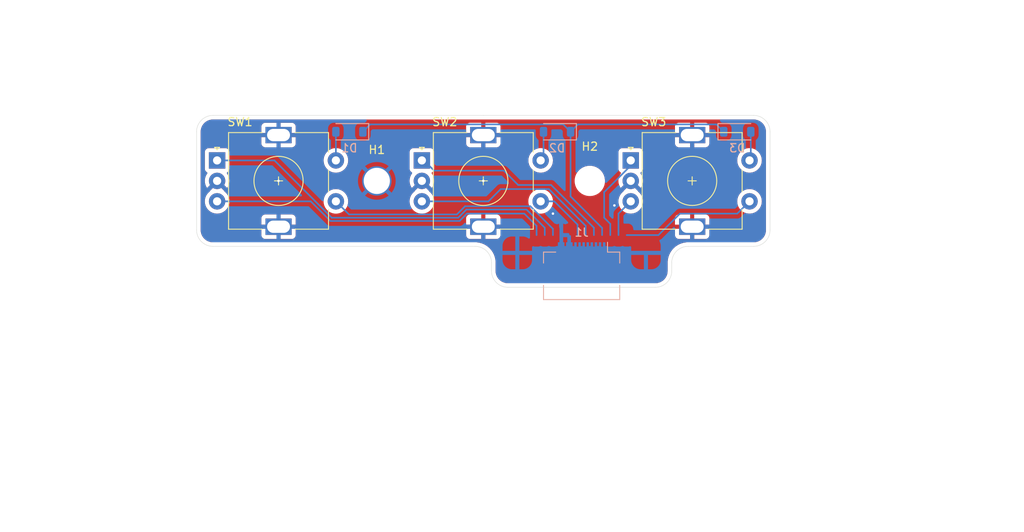
<source format=kicad_pcb>
(kicad_pcb (version 20240108) (generator "pcbnew") (generator_version "8.0")
  (layers (0 "F.Cu" signal) (31 "B.Cu" signal) (34 "B.Paste" user) (35 "F.Paste" user) (36 "B.SilkS" user "B.Silkscreen") (37 "F.SilkS" user "F.Silkscreen") (38 "B.Mask" user) (39 "F.Mask" user) (44 "Edge.Cuts" user))
  (net 0 "")
  (net 1 "BRow0")
  (net 2 "Net-(D1-A)")
  (net 3 "Net-(D2-A)")
  (net 4 "Net-(D3-A)")
  (net 5 "E2B")
  (net 6 "E0A")
  (net 7 "GND")
  (net 8 "E0B")
  (net 9 "BCol2")
  (net 10 "E1A")
  (net 11 "BCol0")
  (net 12 "E2A")
  (net 13 "BCol1")
  (net 14 "E1B")
  (footprint "MountingHole:MountingHole_3.2mm_M3_DIN965_Pad_TopOnly" (layer "F.Cu") (at 95.23 78.235)
    (property "Reference" "H1" (at 0 -3.8 0) (layer "F.SilkS"))
    (property "Value" "MountingHole_Pad")
    (pad "1" thru_hole circle (at 0 0) (size 3.6 3.6) (drill 3.2) (layers "*.Cu" "*.Mask") (net 7 "GND"))
    (pad "1" connect circle (at 0 0) (size 5.6 5.6) (layers "F.Cu" "F.Mask") (net 7 "GND"))
  )
  (footprint "Rotary_Encoder:RotaryEncoder_Alps_EC11E-Switch_Vertical_H20mm" (layer "F.Cu") (at 75.735 75.735)
    (property "Reference" "SW1" (at 2.8 -4.7 0) (layer "F.SilkS"))
    (property "Value" "EC11E09244BS")
    (fp_line (start -0.3 -1.6) (end 0.3 -1.6) (stroke (width 0.12)) (layer "F.SilkS"))
    (fp_line (start 0 -1.3) (end -0.3 -1.6) (stroke (width 0.12)) (layer "F.SilkS"))
    (fp_line (start 0.3 -1.6) (end 0 -1.3) (stroke (width 0.12)) (layer "F.SilkS"))
    (fp_line (start 1.4 -3.4) (end 1.4 8.4) (stroke (width 0.12)) (layer "F.SilkS"))
    (fp_line (start 5.5 -3.4) (end 1.4 -3.4) (stroke (width 0.12)) (layer "F.SilkS"))
    (fp_line (start 5.5 8.4) (end 1.4 8.4) (stroke (width 0.12)) (layer "F.SilkS"))
    (fp_line (start 7 2.5) (end 8 2.5) (stroke (width 0.12)) (layer "F.SilkS"))
    (fp_line (start 7.5 2) (end 7.5 3) (stroke (width 0.12)) (layer "F.SilkS"))
    (fp_line (start 9.5 -3.4) (end 13.6 -3.4) (stroke (width 0.12)) (layer "F.SilkS"))
    (fp_line (start 13.6 -3.4) (end 13.6 -1) (stroke (width 0.12)) (layer "F.SilkS"))
    (fp_line (start 13.6 1.2) (end 13.6 3.8) (stroke (width 0.12)) (layer "F.SilkS"))
    (fp_line (start 13.6 6) (end 13.6 8.4) (stroke (width 0.12)) (layer "F.SilkS"))
    (fp_line (start 13.6 8.4) (end 9.5 8.4) (stroke (width 0.12)) (layer "F.SilkS"))
    (fp_circle (center 7.5 2.5) (end 10.5 2.5) (stroke (width 0.12)) (fill none) (layer "F.SilkS"))
    (pad "A" thru_hole rect (at 0 0) (size 2 2) (drill 1) (layers "*.Cu" "*.Mask") (net 6 "E0A"))
    (pad "B" thru_hole circle (at 0 5) (size 2 2) (drill 1) (layers "*.Cu" "*.Mask") (net 8 "E0B"))
    (pad "C" thru_hole circle (at 0 2.5) (size 2 2) (drill 1) (layers "*.Cu" "*.Mask") (net 7 "GND"))
    (pad "MP" thru_hole rect (at 7.5 -3.1) (size 3.2 2) (drill oval 2.8 1.5) (layers "*.Cu" "*.Mask") (net 7 "GND"))
    (pad "MP" thru_hole rect (at 7.5 8.1) (size 3.2 2) (drill oval 2.8 1.5) (layers "*.Cu" "*.Mask") (net 7 "GND"))
    (pad "S1" thru_hole circle (at 14.5 5) (size 2 2) (drill 1) (layers "*.Cu" "*.Mask") (net 11 "BCol0"))
    (pad "S2" thru_hole circle (at 14.5 0) (size 2 2) (drill 1) (layers "*.Cu" "*.Mask") (net 2 "Net-(D1-A)"))
  )
  (footprint "MountingHole:MountingHole_3.2mm_M3" (layer "F.Cu") (at 121.23 78.235)
    (property "Reference" "H2" (at 0 -4.2 0) (layer "F.SilkS"))
    (property "Value" "MountingHole")
    (pad "" np_thru_hole circle (at 0 0) (size 3.2 3.2) (drill 3.2) (layers "*.Cu" "*.Mask"))
  )
  (footprint "Rotary_Encoder:RotaryEncoder_Alps_EC11E-Switch_Vertical_H20mm" (layer "F.Cu") (at 100.73 75.735)
    (property "Reference" "SW2" (at 2.8 -4.7 0) (layer "F.SilkS"))
    (property "Value" "EC11E09244BS")
    (fp_line (start -0.3 -1.6) (end 0.3 -1.6) (stroke (width 0.12)) (layer "F.SilkS"))
    (fp_line (start 0 -1.3) (end -0.3 -1.6) (stroke (width 0.12)) (layer "F.SilkS"))
    (fp_line (start 0.3 -1.6) (end 0 -1.3) (stroke (width 0.12)) (layer "F.SilkS"))
    (fp_line (start 1.4 -3.4) (end 1.4 8.4) (stroke (width 0.12)) (layer "F.SilkS"))
    (fp_line (start 5.5 -3.4) (end 1.4 -3.4) (stroke (width 0.12)) (layer "F.SilkS"))
    (fp_line (start 5.5 8.4) (end 1.4 8.4) (stroke (width 0.12)) (layer "F.SilkS"))
    (fp_line (start 7 2.5) (end 8 2.5) (stroke (width 0.12)) (layer "F.SilkS"))
    (fp_line (start 7.5 2) (end 7.5 3) (stroke (width 0.12)) (layer "F.SilkS"))
    (fp_line (start 9.5 -3.4) (end 13.6 -3.4) (stroke (width 0.12)) (layer "F.SilkS"))
    (fp_line (start 13.6 -3.4) (end 13.6 -1) (stroke (width 0.12)) (layer "F.SilkS"))
    (fp_line (start 13.6 1.2) (end 13.6 3.8) (stroke (width 0.12)) (layer "F.SilkS"))
    (fp_line (start 13.6 6) (end 13.6 8.4) (stroke (width 0.12)) (layer "F.SilkS"))
    (fp_line (start 13.6 8.4) (end 9.5 8.4) (stroke (width 0.12)) (layer "F.SilkS"))
    (fp_circle (center 7.5 2.5) (end 10.5 2.5) (stroke (width 0.12)) (fill none) (layer "F.SilkS"))
    (pad "A" thru_hole rect (at 0 0) (size 2 2) (drill 1) (layers "*.Cu" "*.Mask") (net 10 "E1A"))
    (pad "B" thru_hole circle (at 0 5) (size 2 2) (drill 1) (layers "*.Cu" "*.Mask") (net 14 "E1B"))
    (pad "C" thru_hole circle (at 0 2.5) (size 2 2) (drill 1) (layers "*.Cu" "*.Mask") (net 7 "GND"))
    (pad "MP" thru_hole rect (at 7.5 -3.1) (size 3.2 2) (drill oval 2.8 1.5) (layers "*.Cu" "*.Mask") (net 7 "GND"))
    (pad "MP" thru_hole rect (at 7.5 8.1) (size 3.2 2) (drill oval 2.8 1.5) (layers "*.Cu" "*.Mask") (net 7 "GND"))
    (pad "S1" thru_hole circle (at 14.5 5) (size 2 2) (drill 1) (layers "*.Cu" "*.Mask") (net 13 "BCol1"))
    (pad "S2" thru_hole circle (at 14.5 0) (size 2 2) (drill 1) (layers "*.Cu" "*.Mask") (net 3 "Net-(D2-A)"))
  )
  (footprint "Rotary_Encoder:RotaryEncoder_Alps_EC11E-Switch_Vertical_H20mm" (layer "F.Cu") (at 126.225 75.735)
    (property "Reference" "SW3" (at 2.8 -4.7 0) (layer "F.SilkS"))
    (property "Value" "EC11E09244BS")
    (fp_line (start -0.3 -1.6) (end 0.3 -1.6) (stroke (width 0.12)) (layer "F.SilkS"))
    (fp_line (start 0 -1.3) (end -0.3 -1.6) (stroke (width 0.12)) (layer "F.SilkS"))
    (fp_line (start 0.3 -1.6) (end 0 -1.3) (stroke (width 0.12)) (layer "F.SilkS"))
    (fp_line (start 1.4 -3.4) (end 1.4 8.4) (stroke (width 0.12)) (layer "F.SilkS"))
    (fp_line (start 5.5 -3.4) (end 1.4 -3.4) (stroke (width 0.12)) (layer "F.SilkS"))
    (fp_line (start 5.5 8.4) (end 1.4 8.4) (stroke (width 0.12)) (layer "F.SilkS"))
    (fp_line (start 7 2.5) (end 8 2.5) (stroke (width 0.12)) (layer "F.SilkS"))
    (fp_line (start 7.5 2) (end 7.5 3) (stroke (width 0.12)) (layer "F.SilkS"))
    (fp_line (start 9.5 -3.4) (end 13.6 -3.4) (stroke (width 0.12)) (layer "F.SilkS"))
    (fp_line (start 13.6 -3.4) (end 13.6 -1) (stroke (width 0.12)) (layer "F.SilkS"))
    (fp_line (start 13.6 1.2) (end 13.6 3.8) (stroke (width 0.12)) (layer "F.SilkS"))
    (fp_line (start 13.6 6) (end 13.6 8.4) (stroke (width 0.12)) (layer "F.SilkS"))
    (fp_line (start 13.6 8.4) (end 9.5 8.4) (stroke (width 0.12)) (layer "F.SilkS"))
    (fp_circle (center 7.5 2.5) (end 10.5 2.5) (stroke (width 0.12)) (fill none) (layer "F.SilkS"))
    (pad "A" thru_hole rect (at 0 0) (size 2 2) (drill 1) (layers "*.Cu" "*.Mask") (net 12 "E2A"))
    (pad "B" thru_hole circle (at 0 5) (size 2 2) (drill 1) (layers "*.Cu" "*.Mask") (net 5 "E2B"))
    (pad "C" thru_hole circle (at 0 2.5) (size 2 2) (drill 1) (layers "*.Cu" "*.Mask") (net 7 "GND"))
    (pad "MP" thru_hole rect (at 7.5 -3.1) (size 3.2 2) (drill oval 2.8 1.5) (layers "*.Cu" "*.Mask") (net 7 "GND"))
    (pad "MP" thru_hole rect (at 7.5 8.1) (size 3.2 2) (drill oval 2.8 1.5) (layers "*.Cu" "*.Mask") (net 7 "GND"))
    (pad "S1" thru_hole circle (at 14.5 5) (size 2 2) (drill 1) (layers "*.Cu" "*.Mask") (net 9 "BCol2"))
    (pad "S2" thru_hole circle (at 14.5 0) (size 2 2) (drill 1) (layers "*.Cu" "*.Mask") (net 4 "Net-(D3-A)"))
  )
  (footprint "Diode_SMD:D_SOD-123" (layer "B.Cu") (at 91.88 72.235 180)
    (property "Reference" "D1" (at 0 -2 0) (layer "B.SilkS") (effects (justify mirror)))
    (property "Value" "Diode")
    (fp_line (start 1.65 1) (end -2.36 1) (stroke (width 0.12)) (layer "B.SilkS"))
    (fp_line (start 1.65 -1) (end -2.36 -1) (stroke (width 0.12)) (layer "B.SilkS"))
    (fp_line (start -2.36 -1) (end -2.36 1) (stroke (width 0.12)) (layer "B.SilkS"))
    (pad "1" smd roundrect (at -1.65 0 180) (size 0.9 1.2) (layers "B.Cu" "B.Paste" "B.Mask") (net 1 "BRow0"))
    (pad "2" smd roundrect (at 1.65 0 180) (size 0.9 1.2) (layers "B.Cu" "B.Paste" "B.Mask") (net 2 "Net-(D1-A)"))
  )
  (footprint "Diode_SMD:D_SOD-123" (layer "B.Cu") (at 117.23 72.235 180)
    (property "Reference" "D2" (at 0 -2 0) (layer "B.SilkS") (effects (justify mirror)))
    (property "Value" "Diode")
    (fp_line (start 1.65 1) (end -2.36 1) (stroke (width 0.12)) (layer "B.SilkS"))
    (fp_line (start 1.65 -1) (end -2.36 -1) (stroke (width 0.12)) (layer "B.SilkS"))
    (fp_line (start -2.36 -1) (end -2.36 1) (stroke (width 0.12)) (layer "B.SilkS"))
    (pad "1" smd roundrect (at -1.65 0 180) (size 0.9 1.2) (layers "B.Cu" "B.Paste" "B.Mask") (net 1 "BRow0"))
    (pad "2" smd roundrect (at 1.65 0 180) (size 0.9 1.2) (layers "B.Cu" "B.Paste" "B.Mask") (net 3 "Net-(D2-A)"))
  )
  (footprint "Connector_FFC-FPC:Hirose_FH12-12S-0.5SH_1x12-1MP_P0.50mm_Horizontal" (layer "B.Cu") (at 120.23 88.235 180)
    (property "Reference" "J1" (at 0 3.7 0) (layer "B.SilkS") (effects (justify mirror)))
    (property "Value" "AFA07-S12FCA-00")
    (fp_line (start 4.65 1.3) (end 3.16 1.3) (stroke (width 0.12)) (layer "B.SilkS"))
    (fp_line (start 4.65 -0.04) (end 4.65 1.3) (stroke (width 0.12)) (layer "B.SilkS"))
    (fp_line (start 4.65 -2.76) (end 4.65 -4.5) (stroke (width 0.12)) (layer "B.SilkS"))
    (fp_line (start 4.65 -4.5) (end -4.65 -4.5) (stroke (width 0.12)) (layer "B.SilkS"))
    (fp_line (start -3.16 2.5) (end -3.16 1.3) (stroke (width 0.12)) (layer "B.SilkS"))
    (fp_line (start -4.65 1.3) (end -3.16 1.3) (stroke (width 0.12)) (layer "B.SilkS"))
    (fp_line (start -4.65 -0.04) (end -4.65 1.3) (stroke (width 0.12)) (layer "B.SilkS"))
    (fp_line (start -4.65 -4.5) (end -4.65 -2.76) (stroke (width 0.12)) (layer "B.SilkS"))
    (pad "1" smd rect (at -2.75 1.85 180) (size 0.3 1.3) (layers "B.Cu" "B.Paste" "B.Mask") (net 9 "BCol2"))
    (pad "2" smd rect (at -2.25 1.85 180) (size 0.3 1.3) (layers "B.Cu" "B.Paste" "B.Mask") (net 5 "E2B"))
    (pad "3" smd rect (at -1.75 1.85 180) (size 0.3 1.3) (layers "B.Cu" "B.Paste" "B.Mask") (net 12 "E2A"))
    (pad "4" smd rect (at -1.25 1.85 180) (size 0.3 1.3) (layers "B.Cu" "B.Paste" "B.Mask") (net 1 "BRow0"))
    (pad "5" smd rect (at -0.75 1.85 180) (size 0.3 1.3) (layers "B.Cu" "B.Paste" "B.Mask") (net 10 "E1A"))
    (pad "6" smd rect (at -0.25 1.85 180) (size 0.3 1.3) (layers "B.Cu" "B.Paste" "B.Mask") (net 14 "E1B"))
    (pad "7" smd rect (at 0.25 1.85 180) (size 0.3 1.3) (layers "B.Cu" "B.Paste" "B.Mask") (net 13 "BCol1"))
    (pad "8" smd rect (at 0.75 1.85 180) (size 0.3 1.3) (layers "B.Cu" "B.Paste" "B.Mask") (net 7 "GND"))
    (pad "9" smd rect (at 1.25 1.85 180) (size 0.3 1.3) (layers "B.Cu" "B.Paste" "B.Mask") (net 7 "GND"))
    (pad "10" smd rect (at 1.75 1.85 180) (size 0.3 1.3) (layers "B.Cu" "B.Paste" "B.Mask") (net 11 "BCol0"))
    (pad "11" smd rect (at 2.25 1.85 180) (size 0.3 1.3) (layers "B.Cu" "B.Paste" "B.Mask") (net 6 "E0A"))
    (pad "12" smd rect (at 2.75 1.85 180) (size 0.3 1.3) (layers "B.Cu" "B.Paste" "B.Mask") (net 8 "E0B"))
    (pad "MP" smd rect (at -4.65 -1.4 180) (size 1.8 2.2) (layers "B.Cu" "B.Paste" "B.Mask") (net 7 "GND"))
    (pad "MP" smd rect (at 4.65 -1.4 180) (size 1.8 2.2) (layers "B.Cu" "B.Paste" "B.Mask") (net 7 "GND"))
  )
  (footprint "Diode_SMD:D_SOD-123" (layer "B.Cu") (at 139.23 72.235)
    (property "Reference" "D3" (at 0 2 0) (layer "B.SilkS") (effects (justify mirror)))
    (property "Value" "Diode")
    (fp_line (start -2.36 -1) (end -2.36 1) (stroke (width 0.12)) (layer "B.SilkS"))
    (fp_line (start 1.65 -1) (end -2.36 -1) (stroke (width 0.12)) (layer "B.SilkS"))
    (fp_line (start 1.65 1) (end -2.36 1) (stroke (width 0.12)) (layer "B.SilkS"))
    (pad "1" smd roundrect (at -1.65 0) (size 0.9 1.2) (layers "B.Cu" "B.Paste" "B.Mask") (net 1 "BRow0"))
    (pad "2" smd roundrect (at 1.65 0) (size 0.9 1.2) (layers "B.Cu" "B.Paste" "B.Mask") (net 4 "Net-(D3-A)"))
  )
  (gr_line (start 108.23 70.235) (end 141.23 70.235) (stroke (width 0.05)) (layer "Edge.Cuts"))
  (gr_arc (start 131.23 88.235) (mid 131.815786 86.820786) (end 133.23 86.235) (stroke (width 0.05)) (layer "Edge.Cuts"))
  (gr_line (start 108.23 70.235) (end 75.23 70.235) (stroke (width 0.05)) (layer "Edge.Cuts"))
  (gr_line (start 73.23 72.235) (end 73.23 84.235) (stroke (width 0.05)) (layer "Edge.Cuts"))
  (gr_line (start 75.23 86.235) (end 107.23 86.235) (stroke (width 0.05)) (layer "Edge.Cuts"))
  (gr_arc (start 107.23 86.235) (mid 108.644214 86.820786) (end 109.23 88.235) (stroke (width 0.05)) (layer "Edge.Cuts"))
  (gr_arc (start 73.23 72.235) (mid 73.815786 70.820786) (end 75.23 70.235) (stroke (width 0.05)) (layer "Edge.Cuts"))
  (gr_arc (start 141.23 70.235) (mid 142.644214 70.820786) (end 143.23 72.235) (stroke (width 0.05)) (layer "Edge.Cuts"))
  (gr_arc (start 131.23 89.235) (mid 130.644214 90.649214) (end 129.23 91.235) (stroke (width 0.05)) (layer "Edge.Cuts"))
  (gr_line (start 141.23 86.235) (end 133.23 86.235) (stroke (width 0.05)) (layer "Edge.Cuts"))
  (gr_line (start 111.23 91.235) (end 129.23 91.235) (stroke (width 0.05)) (layer "Edge.Cuts"))
  (gr_line (start 143.23 72.235) (end 143.23 84.235) (stroke (width 0.05)) (layer "Edge.Cuts"))
  (gr_arc (start 143.23 84.235) (mid 142.644214 85.649214) (end 141.23 86.235) (stroke (width 0.05)) (layer "Edge.Cuts"))
  (gr_line (start 131.23 89.235) (end 131.23 88.235) (stroke (width 0.05)) (layer "Edge.Cuts"))
  (gr_arc (start 75.23 86.235) (mid 73.815786 85.649214) (end 73.23 84.235) (stroke (width 0.05)) (layer "Edge.Cuts"))
  (gr_arc (start 111.23 91.235) (mid 109.815786 90.649214) (end 109.23 89.235) (stroke (width 0.05)) (layer "Edge.Cuts"))
  (gr_line (start 109.23 88.235) (end 109.23 89.235) (stroke (width 0.05)) (layer "Edge.Cuts"))
  (segment (start 117.98 71.335) (end 118.88 72.235) (width 0.2) (layer "B.Cu") (net 1))
  (segment (start 118.88 80.135) (end 122.73 83.985) (width 0.2) (layer "B.Cu") (net 1))
  (segment (start 93.53 72.235) (end 94.43 71.335) (width 0.2) (layer "B.Cu") (net 1))
  (segment (start 118.88 72.235) (end 118.88 80.135) (width 0.2) (layer "B.Cu") (net 1))
  (segment (start 119.78 71.335) (end 118.88 72.235) (width 0.2) (layer "B.Cu") (net 1))
  (segment (start 136.68 71.335) (end 119.78 71.335) (width 0.2) (layer "B.Cu") (net 1))
  (segment (start 137.58 72.235) (end 136.68 71.335) (width 0.2) (layer "B.Cu") (net 1))
  (segment (start 94.43 71.335) (end 117.98 71.335) (width 0.2) (layer "B.Cu") (net 1))
  (segment (start 122.73 83.985) (end 122.73 84.86) (width 0.2) (layer "B.Cu") (net 1))
  (segment (start 90.235 75.735) (end 90.235 72.24) (width 0.2) (layer "B.Cu") (net 2))
  (segment (start 90.235 72.24) (end 90.23 72.235) (width 0.2) (layer "B.Cu") (net 2))
  (segment (start 115.58 72.235) (end 115.58 75.635) (width 0.2) (layer "B.Cu") (net 3))
  (segment (start 115.58 75.635) (end 115.48 75.735) (width 0.2) (layer "B.Cu") (net 3))
  (segment (start 140.88 75.58) (end 140.725 75.735) (width 0.2) (layer "B.Cu") (net 4))
  (segment (start 140.88 72.235) (end 140.88 75.58) (width 0.2) (layer "B.Cu") (net 4))
  (segment (start 124.73 82.23) (end 126.225 80.735) (width 0.2) (layer "B.Cu") (net 5))
  (segment (start 124.73 84.86) (end 124.73 82.23) (width 0.2) (layer "B.Cu") (net 5))
  (segment (start 75.735 75.735) (end 82.73 75.735) (width 0.2) (layer "B.Cu") (net 6))
  (segment (start 106.164314 81.735) (end 113.504999 81.735) (width 0.2) (layer "B.Cu") (net 6))
  (segment (start 115.73 83.960001) (end 115.73 84.86) (width 0.2) (layer "B.Cu") (net 6))
  (segment (start 105.164314 82.735) (end 106.164314 81.735) (width 0.2) (layer "B.Cu") (net 6))
  (segment (start 113.504999 81.735) (end 115.73 83.960001) (width 0.2) (layer "B.Cu") (net 6))
  (segment (start 89.73 82.735) (end 105.164314 82.735) (width 0.2) (layer "B.Cu") (net 6))
  (segment (start 82.73 75.735) (end 89.73 82.735) (width 0.2) (layer "B.Cu") (net 6))
  (via (at 124.23 81.235) (size 0.6) (drill 0.3) (layers "F.Cu" "B.Cu") (net 7))
  (via (at 83.23 78.235) (size 0.6) (drill 0.3) (layers "F.Cu" "B.Cu") (net 7))
  (via (at 116.73 82.235) (size 0.6) (drill 0.3) (layers "F.Cu" "B.Cu") (net 7))
  (via (at 108.23 78.235) (size 0.6) (drill 0.3) (layers "F.Cu" "B.Cu") (net 7))
  (segment (start 117.73 84.86) (end 117.73 83.235) (width 0.2) (layer "B.Cu") (net 7))
  (segment (start 117.73 83.235) (end 116.73 82.235) (width 0.2) (layer "B.Cu") (net 7))
  (segment (start 75.735 80.735) (end 87.164314 80.735) (width 0.2) (layer "B.Cu") (net 8))
  (segment (start 87.164314 80.735) (end 89.564314 83.135) (width 0.2) (layer "B.Cu") (net 8))
  (segment (start 113.23 82.235) (end 114.73 83.735) (width 0.2) (layer "B.Cu") (net 8))
  (segment (start 105.33 83.135) (end 106.23 82.235) (width 0.2) (layer "B.Cu") (net 8))
  (segment (start 114.73 83.735) (end 114.73 84.86) (width 0.2) (layer "B.Cu") (net 8))
  (segment (start 106.23 82.235) (end 113.23 82.235) (width 0.2) (layer "B.Cu") (net 8))
  (segment (start 89.564314 83.135) (end 105.33 83.135) (width 0.2) (layer "B.Cu") (net 8))
  (segment (start 125.73 84.86) (end 129.605 84.86) (width 0.2) (layer "B.Cu") (net 9))
  (segment (start 139.225 82.235) (end 140.725 80.735) (width 0.2) (layer "B.Cu") (net 9))
  (segment (start 129.605 84.86) (end 132.23 82.235) (width 0.2) (layer "B.Cu") (net 9))
  (segment (start 132.23 82.235) (end 139.225 82.235) (width 0.2) (layer "B.Cu") (net 9))
  (segment (start 110.73 76.985) (end 112.48 78.735) (width 0.2) (layer "B.Cu") (net 10))
  (segment (start 102.23 76.985) (end 110.73 76.985) (width 0.2) (layer "B.Cu") (net 10))
  (segment (start 116.504999 78.735) (end 121.73 83.960001) (width 0.2) (layer "B.Cu") (net 10))
  (segment (start 100.98 75.735) (end 102.23 76.985) (width 0.2) (layer "B.Cu") (net 10))
  (segment (start 121.73 83.960001) (end 121.73 84.86) (width 0.2) (layer "B.Cu") (net 10))
  (segment (start 112.48 78.735) (end 116.504999 78.735) (width 0.2) (layer "B.Cu") (net 10))
  (segment (start 90.235 80.735) (end 91.835 82.335) (width 0.2) (layer "B.Cu") (net 11))
  (segment (start 113.9675 81.335) (end 116.73 84.0975) (width 0.2) (layer "B.Cu") (net 11))
  (segment (start 105.998628 81.335) (end 113.9675 81.335) (width 0.2) (layer "B.Cu") (net 11))
  (segment (start 104.998628 82.335) (end 105.998628 81.335) (width 0.2) (layer "B.Cu") (net 11))
  (segment (start 91.835 82.335) (end 104.998628 82.335) (width 0.2) (layer "B.Cu") (net 11))
  (segment (start 116.73 84.0975) (end 116.73 84.86) (width 0.2) (layer "B.Cu") (net 11))
  (segment (start 126.225 76.368858) (end 126.225 75.735) (width 0.2) (layer "B.Cu") (net 12))
  (segment (start 123.73 84.86) (end 123.73 83.485) (width 0.2) (layer "B.Cu") (net 12))
  (segment (start 122.98 82.735) (end 122.98 79.613858) (width 0.2) (layer "B.Cu") (net 12))
  (segment (start 123.73 83.485) (end 122.98 82.735) (width 0.2) (layer "B.Cu") (net 12))
  (segment (start 122.98 79.613858) (end 126.225 76.368858) (width 0.2) (layer "B.Cu") (net 12))
  (segment (start 119.73 83.570787) (end 119.73 84.86) (width 0.2) (layer "B.Cu") (net 13))
  (segment (start 115.48 80.735) (end 116.894213 80.735) (width 0.2) (layer "B.Cu") (net 13))
  (segment (start 116.894213 80.735) (end 119.73 83.570787) (width 0.2) (layer "B.Cu") (net 13))
  (segment (start 100.98 80.735) (end 108.855 80.735) (width 0.2) (layer "B.Cu") (net 14))
  (segment (start 116.23 79.235) (end 120.73 83.735) (width 0.2) (layer "B.Cu") (net 14))
  (segment (start 100.98 80.735) (end 101.23 80.485) (width 0.2) (layer "B.Cu") (net 14))
  (segment (start 110.355 79.235) (end 116.23 79.235) (width 0.2) (layer "B.Cu") (net 14))
  (segment (start 120.73 83.735) (end 120.73 84.86) (width 0.2) (layer "B.Cu") (net 14))
  (segment (start 108.855 80.735) (end 110.355 79.235) (width 0.2) (layer "B.Cu") (net 14))
  (zone (net 7) (net_name "GND") (layers "F&B.Cu") (connect_pads (clearance 0.5)) (min_thickness 0.25) (fill yes (thermal_gap 0.5) (thermal_bridge_width 0.5))
    (polygon (pts (xy 49.235 56.135) (xy 174.235 56.135) (xy 174.235 121.135) (xy 49.235 121.135)))
  )
)
</source>
